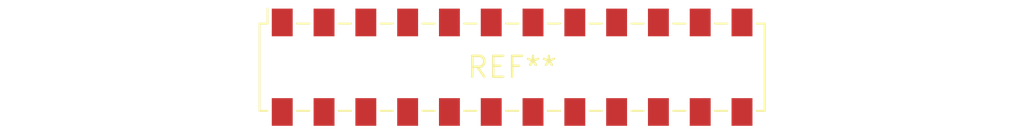
<source format=kicad_pcb>
(kicad_pcb (version 20240108) (generator pcbnew)
  (layers (0 "F.Cu" signal) (31 "B.Cu" signal) (34 "B.Paste" user) (35 "F.Paste" user) (36 "B.SilkS" user "B.Silkscreen") (37 "F.SilkS" user "F.Silkscreen") (38 "B.Mask" user) (39 "F.Mask" user) (44 "Edge.Cuts" user))
  (net 0 "")
  (footprint "Samtec_HLE-112-02-xxx-DV-BE-A_2x12_P2.54mm_Horizontal" (layer "F.Cu") (at 0 0)
    (property "Reference" "REF**")
    (property "Value" "Samtec_HLE-112-02-xxx-DV-BE-A_2x12_P2.54mm_Horizontal")
    (fp_line (start -15.35 -2.65) (end -15.35 2.65) (layer "F.SilkS") (stroke (width 0.12)))
    (fp_line (start -15.35 2.65) (end -14.865 2.65) (layer "F.SilkS") (stroke (width 0.12)))
    (fp_line (start -14.865 -3.56) (end -14.865 -2.65) (layer "F.SilkS") (stroke (width 0.12)))
    (fp_line (start -14.865 -2.65) (end -15.35 -2.65) (layer "F.SilkS") (stroke (width 0.12)))
    (fp_line (start -13.075 -2.65) (end -12.325 -2.65) (layer "F.SilkS") (stroke (width 0.12)))
    (fp_line (start -13.075 2.65) (end -12.325 2.65) (layer "F.SilkS") (stroke (width 0.12)))
    (fp_line (start -10.535 -2.65) (end -9.785 -2.65) (layer "F.SilkS") (stroke (width 0.12)))
    (fp_line (start -10.535 2.65) (end -9.785 2.65) (layer "F.SilkS") (stroke (width 0.12)))
    (fp_line (start -7.995 -2.65) (end -7.245 -2.65) (layer "F.SilkS") (stroke (width 0.12)))
    (fp_line (start -7.995 2.65) (end -7.245 2.65) (layer "F.SilkS") (stroke (width 0.12)))
    (fp_line (start -5.455 -2.65) (end -4.705 -2.65) (layer "F.SilkS") (stroke (width 0.12)))
    (fp_line (start -5.455 2.65) (end -4.705 2.65) (layer "F.SilkS") (stroke (width 0.12)))
    (fp_line (start -2.915 -2.65) (end -2.165 -2.65) (layer "F.SilkS") (stroke (width 0.12)))
    (fp_line (start -2.915 2.65) (end -2.165 2.65) (layer "F.SilkS") (stroke (width 0.12)))
    (fp_line (start -0.375 -2.65) (end 0.375 -2.65) (layer "F.SilkS") (stroke (width 0.12)))
    (fp_line (start -0.375 2.65) (end 0.375 2.65) (layer "F.SilkS") (stroke (width 0.12)))
    (fp_line (start 2.165 -2.65) (end 2.915 -2.65) (layer "F.SilkS") (stroke (width 0.12)))
    (fp_line (start 2.165 2.65) (end 2.915 2.65) (layer "F.SilkS") (stroke (width 0.12)))
    (fp_line (start 4.705 -2.65) (end 5.455 -2.65) (layer "F.SilkS") (stroke (width 0.12)))
    (fp_line (start 4.705 2.65) (end 5.455 2.65) (layer "F.SilkS") (stroke (width 0.12)))
    (fp_line (start 7.245 -2.65) (end 7.995 -2.65) (layer "F.SilkS") (stroke (width 0.12)))
    (fp_line (start 7.245 2.65) (end 7.995 2.65) (layer "F.SilkS") (stroke (width 0.12)))
    (fp_line (start 9.785 -2.65) (end 10.535 -2.65) (layer "F.SilkS") (stroke (width 0.12)))
    (fp_line (start 9.785 2.65) (end 10.535 2.65) (layer "F.SilkS") (stroke (width 0.12)))
    (fp_line (start 12.325 -2.65) (end 13.075 -2.65) (layer "F.SilkS") (stroke (width 0.12)))
    (fp_line (start 12.325 2.65) (end 13.075 2.65) (layer "F.SilkS") (stroke (width 0.12)))
    (fp_line (start 14.865 -2.65) (end 15.35 -2.65) (layer "F.SilkS") (stroke (width 0.12)))
    (fp_line (start 15.35 -2.65) (end 15.35 2.65) (layer "F.SilkS") (stroke (width 0.12)))
    (fp_line (start 15.35 2.65) (end 14.865 2.65) (layer "F.SilkS") (stroke (width 0.12)))
    (pad "" np_thru_hole circle (at -13.97 -1.27) (size 0.97 0.97) (drill 0.97) (layers *.Cu *.Mask))
    (pad "" np_thru_hole circle (at -13.97 1.27) (size 0.97 0.97) (drill 0.97) (layers *.Cu *.Mask))
    (pad "" np_thru_hole circle (at -12.7 0) (size 1.78 1.78) (drill 1.78) (layers *.Cu *.Mask))
    (pad "" np_thru_hole circle (at -11.43 -1.27) (size 0.97 0.97) (drill 0.97) (layers *.Cu *.Mask))
    (pad "" np_thru_hole circle (at -11.43 1.27) (size 0.97 0.97) (drill 0.97) (layers *.Cu *.Mask))
    (pad "" np_thru_hole circle (at -8.89 -1.27) (size 0.97 0.97) (drill 0.97) (layers *.Cu *.Mask))
    (pad "" np_thru_hole circle (at -8.89 1.27) (size 0.97 0.97) (drill 0.97) (layers *.Cu *.Mask))
    (pad "" np_thru_hole circle (at -6.35 -1.27) (size 0.97 0.97) (drill 0.97) (layers *.Cu *.Mask))
    (pad "" np_thru_hole circle (at -6.35 1.27) (size 0.97 0.97) (drill 0.97) (layers *.Cu *.Mask))
    (pad "" np_thru_hole circle (at -3.81 -1.27) (size 0.97 0.97) (drill 0.97) (layers *.Cu *.Mask))
    (pad "" np_thru_hole circle (at -3.81 1.27) (size 0.97 0.97) (drill 0.97) (layers *.Cu *.Mask))
    (pad "" np_thru_hole circle (at -1.27 -1.27) (size 0.97 0.97) (drill 0.97) (layers *.Cu *.Mask))
    (pad "" np_thru_hole circle (at -1.27 1.27) (size 0.97 0.97) (drill 0.97) (layers *.Cu *.Mask))
    (pad "" np_thru_hole circle (at 1.27 -1.27) (size 0.97 0.97) (drill 0.97) (layers *.Cu *.Mask))
    (pad "" np_thru_hole circle (at 1.27 1.27) (size 0.97 0.97) (drill 0.97) (layers *.Cu *.Mask))
    (pad "" np_thru_hole circle (at 3.81 -1.27) (size 0.97 0.97) (drill 0.97) (layers *.Cu *.Mask))
    (pad "" np_thru_hole circle (at 3.81 1.27) (size 0.97 0.97) (drill 0.97) (layers *.Cu *.Mask))
    (pad "" np_thru_hole circle (at 6.35 -1.27) (size 0.97 0.97) (drill 0.97) (layers *.Cu *.Mask))
    (pad "" np_thru_hole circle (at 6.35 1.27) (size 0.97 0.97) (drill 0.97) (layers *.Cu *.Mask))
    (pad "" np_thru_hole circle (at 8.89 -1.27) (size 0.97 0.97) (drill 0.97) (layers *.Cu *.Mask))
    (pad "" np_thru_hole circle (at 8.89 1.27) (size 0.97 0.97) (drill 0.97) (layers *.Cu *.Mask))
    (pad "" np_thru_hole circle (at 11.43 -1.27) (size 0.97 0.97) (drill 0.97) (layers *.Cu *.Mask))
    (pad "" np_thru_hole circle (at 11.43 1.27) (size 0.97 0.97) (drill 0.97) (layers *.Cu *.Mask))
    (pad "" np_thru_hole circle (at 12.7 0) (size 1.78 1.78) (drill 1.78) (layers *.Cu *.Mask))
    (pad "" np_thru_hole circle (at 13.97 -1.27) (size 0.97 0.97) (drill 0.97) (layers *.Cu *.Mask))
    (pad "" np_thru_hole circle (at 13.97 1.27) (size 0.97 0.97) (drill 0.97) (layers *.Cu *.Mask))
    (pad "1" smd rect (at -13.97 -2.72) (size 1.27 1.68) (layers "F.Cu" "F.Paste" "F.Mask"))
    (pad "2" smd rect (at -13.97 2.72) (size 1.27 1.68) (layers "F.Cu" "F.Paste" "F.Mask"))
    (pad "3" smd rect (at -11.43 -2.72) (size 1.27 1.68) (layers "F.Cu" "F.Paste" "F.Mask"))
    (pad "4" smd rect (at -11.43 2.72) (size 1.27 1.68) (layers "F.Cu" "F.Paste" "F.Mask"))
    (pad "5" smd rect (at -8.89 -2.72) (size 1.27 1.68) (layers "F.Cu" "F.Paste" "F.Mask"))
    (pad "6" smd rect (at -8.89 2.72) (size 1.27 1.68) (layers "F.Cu" "F.Paste" "F.Mask"))
    (pad "7" smd rect (at -6.35 -2.72) (size 1.27 1.68) (layers "F.Cu" "F.Paste" "F.Mask"))
    (pad "8" smd rect (at -6.35 2.72) (size 1.27 1.68) (layers "F.Cu" "F.Paste" "F.Mask"))
    (pad "9" smd rect (at -3.81 -2.72) (size 1.27 1.68) (layers "F.Cu" "F.Paste" "F.Mask"))
    (pad "10" smd rect (at -3.81 2.72) (size 1.27 1.68) (layers "F.Cu" "F.Paste" "F.Mask"))
    (pad "11" smd rect (at -1.27 -2.72) (size 1.27 1.68) (layers "F.Cu" "F.Paste" "F.Mask"))
    (pad "12" smd rect (at -1.27 2.72) (size 1.27 1.68) (layers "F.Cu" "F.Paste" "F.Mask"))
    (pad "13" smd rect (at 1.27 -2.72) (size 1.27 1.68) (layers "F.Cu" "F.Paste" "F.Mask"))
    (pad "14" smd rect (at 1.27 2.72) (size 1.27 1.68) (layers "F.Cu" "F.Paste" "F.Mask"))
    (pad "15" smd rect (at 3.81 -2.72) (size 1.27 1.68) (layers "F.Cu" "F.Paste" "F.Mask"))
    (pad "16" smd rect (at 3.81 2.72) (size 1.27 1.68) (layers "F.Cu" "F.Paste" "F.Mask"))
    (pad "17" smd rect (at 6.35 -2.72) (size 1.27 1.68) (layers "F.Cu" "F.Paste" "F.Mask"))
    (pad "18" smd rect (at 6.35 2.72) (size 1.27 1.68) (layers "F.Cu" "F.Paste" "F.Mask"))
    (pad "19" smd rect (at 8.89 -2.72) (size 1.27 1.68) (layers "F.Cu" "F.Paste" "F.Mask"))
    (pad "20" smd rect (at 8.89 2.72) (size 1.27 1.68) (layers "F.Cu" "F.Paste" "F.Mask"))
    (pad "21" smd rect (at 11.43 -2.72) (size 1.27 1.68) (layers "F.Cu" "F.Paste" "F.Mask"))
    (pad "22" smd rect (at 11.43 2.72) (size 1.27 1.68) (layers "F.Cu" "F.Paste" "F.Mask"))
    (pad "23" smd rect (at 13.97 -2.72) (size 1.27 1.68) (layers "F.Cu" "F.Paste" "F.Mask"))
    (pad "24" smd rect (at 13.97 2.72) (size 1.27 1.68) (layers "F.Cu" "F.Paste" "F.Mask"))
  )
)
</source>
